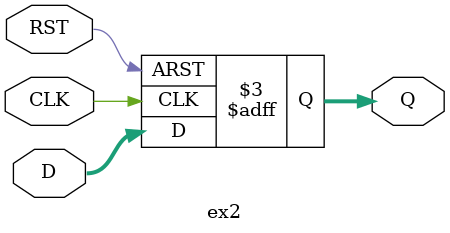
<source format=v>
/*


EXERCICIO 2

*/

module ex2(
	input [3:0] D,
	input CLK, RST,
	
	output reg [3:0] Q
);

	always @(posedge CLK, negedge RST) begin
		if (RST == 0)
			Q <= 0;
		else
			Q <= D;
		end	
endmodule
		
</source>
